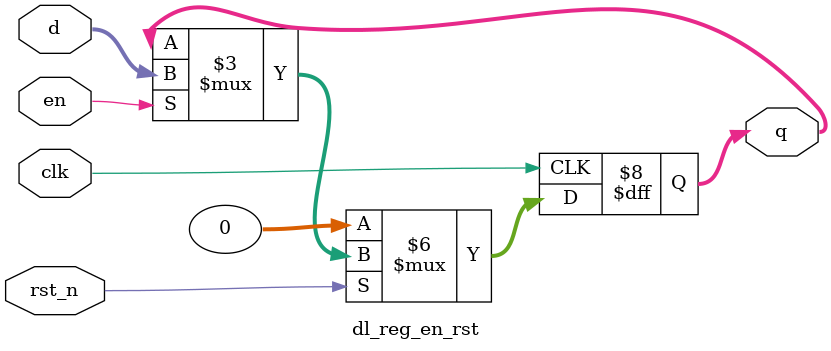
<source format=sv>
/*  
    Filename: dl_reg_en_rst.sv

    Paramterized register implementation w/ enable and
    synchronous reset.
*/
//--------------------------------------------------------------

`ifndef __DL_REG_EN_RST_SV__
`define __DL_REG_EN_RST_SV__

module dl_reg_en_rst #(
    parameter   NUM_BITS = 32,
    parameter   RST_VAL = 0
)(
    input  logic                clk,
    input  logic                rst_n,
    input  logic                en,
    input  logic [NUM_BITS-1:0] d,
    output logic [NUM_BITS-1:0] q
);

    always @(posedge clk) begin
        if (!rst_n) begin
            q <= RST_VAL;
        end else begin
            if (en) begin
                q <= d;
            end
        end
    end

endmodule

`endif // __DL_REG_EN_RST_SV__

</source>
